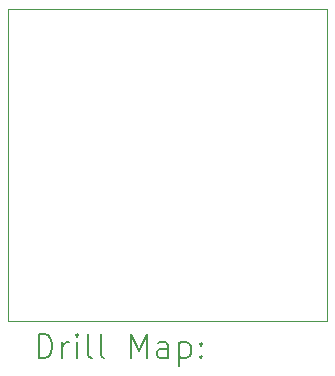
<source format=gbr>
%TF.GenerationSoftware,KiCad,Pcbnew,8.0.1*%
%TF.CreationDate,2024-04-21T16:22:47+01:00*%
%TF.ProjectId,lora_adapter,6c6f7261-5f61-4646-9170-7465722e6b69,rev?*%
%TF.SameCoordinates,Original*%
%TF.FileFunction,Drillmap*%
%TF.FilePolarity,Positive*%
%FSLAX45Y45*%
G04 Gerber Fmt 4.5, Leading zero omitted, Abs format (unit mm)*
G04 Created by KiCad (PCBNEW 8.0.1) date 2024-04-21 16:22:47*
%MOMM*%
%LPD*%
G01*
G04 APERTURE LIST*
%ADD10C,0.050000*%
%ADD11C,0.200000*%
G04 APERTURE END LIST*
D10*
X6654800Y-8232140D02*
X9354820Y-8232140D01*
X9354820Y-10871200D01*
X6654800Y-10871200D01*
X6654800Y-8232140D01*
D11*
X6913077Y-11185184D02*
X6913077Y-10985184D01*
X6913077Y-10985184D02*
X6960696Y-10985184D01*
X6960696Y-10985184D02*
X6989267Y-10994708D01*
X6989267Y-10994708D02*
X7008315Y-11013755D01*
X7008315Y-11013755D02*
X7017839Y-11032803D01*
X7017839Y-11032803D02*
X7027362Y-11070898D01*
X7027362Y-11070898D02*
X7027362Y-11099470D01*
X7027362Y-11099470D02*
X7017839Y-11137565D01*
X7017839Y-11137565D02*
X7008315Y-11156612D01*
X7008315Y-11156612D02*
X6989267Y-11175660D01*
X6989267Y-11175660D02*
X6960696Y-11185184D01*
X6960696Y-11185184D02*
X6913077Y-11185184D01*
X7113077Y-11185184D02*
X7113077Y-11051850D01*
X7113077Y-11089946D02*
X7122601Y-11070898D01*
X7122601Y-11070898D02*
X7132124Y-11061374D01*
X7132124Y-11061374D02*
X7151172Y-11051850D01*
X7151172Y-11051850D02*
X7170220Y-11051850D01*
X7236886Y-11185184D02*
X7236886Y-11051850D01*
X7236886Y-10985184D02*
X7227362Y-10994708D01*
X7227362Y-10994708D02*
X7236886Y-11004231D01*
X7236886Y-11004231D02*
X7246410Y-10994708D01*
X7246410Y-10994708D02*
X7236886Y-10985184D01*
X7236886Y-10985184D02*
X7236886Y-11004231D01*
X7360696Y-11185184D02*
X7341648Y-11175660D01*
X7341648Y-11175660D02*
X7332124Y-11156612D01*
X7332124Y-11156612D02*
X7332124Y-10985184D01*
X7465458Y-11185184D02*
X7446410Y-11175660D01*
X7446410Y-11175660D02*
X7436886Y-11156612D01*
X7436886Y-11156612D02*
X7436886Y-10985184D01*
X7694029Y-11185184D02*
X7694029Y-10985184D01*
X7694029Y-10985184D02*
X7760696Y-11128041D01*
X7760696Y-11128041D02*
X7827362Y-10985184D01*
X7827362Y-10985184D02*
X7827362Y-11185184D01*
X8008315Y-11185184D02*
X8008315Y-11080422D01*
X8008315Y-11080422D02*
X7998791Y-11061374D01*
X7998791Y-11061374D02*
X7979743Y-11051850D01*
X7979743Y-11051850D02*
X7941648Y-11051850D01*
X7941648Y-11051850D02*
X7922601Y-11061374D01*
X8008315Y-11175660D02*
X7989267Y-11185184D01*
X7989267Y-11185184D02*
X7941648Y-11185184D01*
X7941648Y-11185184D02*
X7922601Y-11175660D01*
X7922601Y-11175660D02*
X7913077Y-11156612D01*
X7913077Y-11156612D02*
X7913077Y-11137565D01*
X7913077Y-11137565D02*
X7922601Y-11118517D01*
X7922601Y-11118517D02*
X7941648Y-11108993D01*
X7941648Y-11108993D02*
X7989267Y-11108993D01*
X7989267Y-11108993D02*
X8008315Y-11099470D01*
X8103553Y-11051850D02*
X8103553Y-11251850D01*
X8103553Y-11061374D02*
X8122601Y-11051850D01*
X8122601Y-11051850D02*
X8160696Y-11051850D01*
X8160696Y-11051850D02*
X8179743Y-11061374D01*
X8179743Y-11061374D02*
X8189267Y-11070898D01*
X8189267Y-11070898D02*
X8198791Y-11089946D01*
X8198791Y-11089946D02*
X8198791Y-11147089D01*
X8198791Y-11147089D02*
X8189267Y-11166136D01*
X8189267Y-11166136D02*
X8179743Y-11175660D01*
X8179743Y-11175660D02*
X8160696Y-11185184D01*
X8160696Y-11185184D02*
X8122601Y-11185184D01*
X8122601Y-11185184D02*
X8103553Y-11175660D01*
X8284505Y-11166136D02*
X8294029Y-11175660D01*
X8294029Y-11175660D02*
X8284505Y-11185184D01*
X8284505Y-11185184D02*
X8274982Y-11175660D01*
X8274982Y-11175660D02*
X8284505Y-11166136D01*
X8284505Y-11166136D02*
X8284505Y-11185184D01*
X8284505Y-11061374D02*
X8294029Y-11070898D01*
X8294029Y-11070898D02*
X8284505Y-11080422D01*
X8284505Y-11080422D02*
X8274982Y-11070898D01*
X8274982Y-11070898D02*
X8284505Y-11061374D01*
X8284505Y-11061374D02*
X8284505Y-11080422D01*
M02*

</source>
